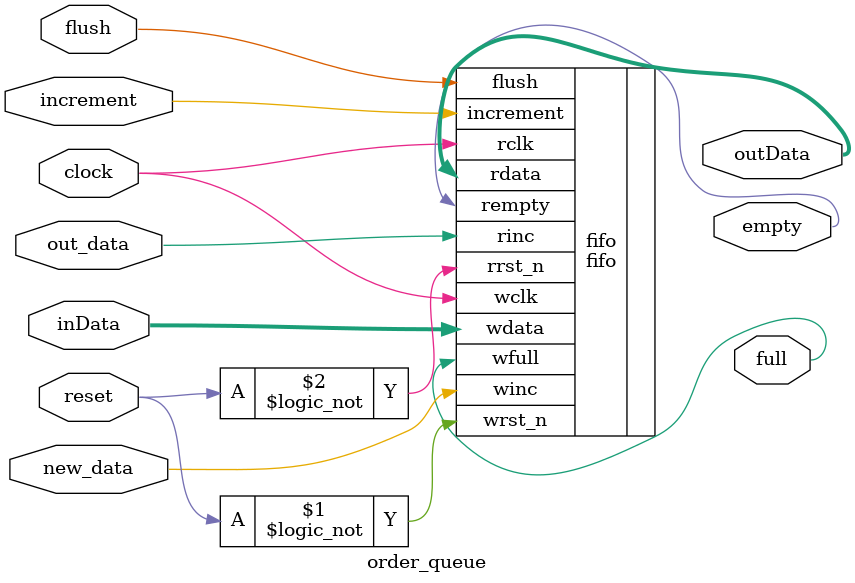
<source format=v>

module order_queue (clock, reset, inData, new_data, out_data, outData, full, empty, increment, flush);

parameter WIDTH = 5;

input clock;
input reset;
input [WIDTH-1 : 0] inData;
input new_data;
input out_data;
input increment;
input flush;
output [WIDTH-1 : 0] outData;
output full;
output empty;

fifo fifo (
	.rdata	(outData), 
	.wfull	(full), 
	.rempty	(empty), 
	.wdata	(inData),
	.winc	(new_data), 
	.wclk	(clock), 
	.wrst_n	(!reset), 
	.rinc	(out_data), 
	.rclk	(clock), 
	.rrst_n	(!reset),
	.increment (increment),
	.flush(flush)
	);

endmodule

</source>
